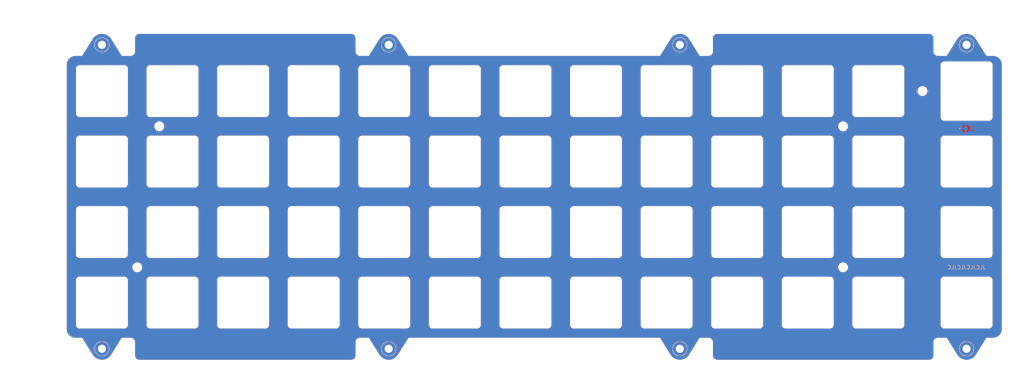
<source format=kicad_pcb>
(kicad_pcb (version 20211014) (generator pcbnew)
  (layers (0 "F.Cu" signal) (31 "B.Cu" signal) (34 "B.Paste" user) (35 "F.Paste" user) (36 "B.SilkS" user "B.Silkscreen") (37 "F.SilkS" user "F.Silkscreen") (38 "B.Mask" user) (39 "F.Mask" user) (44 "Edge.Cuts" user))
  (net 0 "")
  (net 1 "GND")
  (footprint "Keeb_footprints:MX100_cutout_plated" (layer "F.Cu") (at 155.97253 50.00646)
    (fp_text reference "U1")
    (fp_text value "HOLE")
    (fp_line (start -7 6) (end -7 -6) (layer "Edge.Cuts") (width 0.05))
    (fp_line (start -6 7) (end 6 7) (layer "Edge.Cuts") (width 0.05))
    (fp_line (start -6 -7) (end 6 -7) (layer "Edge.Cuts") (width 0.05))
    (fp_line (start 7 -6) (end 7 6) (layer "Edge.Cuts") (width 0.05))
    (fp_arc (start 7 6) (mid 6.707107 6.707107) (end 6 7) (layer "Edge.Cuts") (width 0.05))
    (fp_arc (start 6 -7) (mid 6.707107 -6.707107) (end 7 -6) (layer "Edge.Cuts") (width 0.05))
    (fp_arc (start -6 7) (mid -6.707107 6.707107) (end -7 6) (layer "Edge.Cuts") (width 0.05))
    (fp_arc (start -7 -6) (mid -6.707107 -6.707107) (end -6 -7) (layer "Edge.Cuts") (width 0.05))
  )
  (footprint "Keeb_footprints:MX100_cutout_plated" (layer "F.Cu") (at 175.02261 50.00646)
    (fp_text reference "U2")
    (fp_text value "HOLE")
    (fp_line (start -7 6) (end -7 -6) (layer "Edge.Cuts") (width 0.05))
    (fp_line (start -6 -7) (end 6 -7) (layer "Edge.Cuts") (width 0.05))
    (fp_line (start 7 -6) (end 7 6) (layer "Edge.Cuts") (width 0.05))
    (fp_line (start -6 7) (end 6 7) (layer "Edge.Cuts") (width 0.05))
    (fp_arc (start 6 -7) (mid 6.707107 -6.707107) (end 7 -6) (layer "Edge.Cuts") (width 0.05))
    (fp_arc (start -6 7) (mid -6.707107 6.707107) (end -7 6) (layer "Edge.Cuts") (width 0.05))
    (fp_arc (start 7 6) (mid 6.707107 6.707107) (end 6 7) (layer "Edge.Cuts") (width 0.05))
    (fp_arc (start -7 -6) (mid -6.707107 -6.707107) (end -6 -7) (layer "Edge.Cuts") (width 0.05))
  )
  (footprint "Keeb_footprints:MX100_cutout_plated" (layer "F.Cu") (at 194.07269 50.00646)
    (fp_text reference "U3")
    (fp_text value "HOLE")
    (fp_line (start -6 7) (end 6 7) (layer "Edge.Cuts") (width 0.05))
    (fp_line (start -7 6) (end -7 -6) (layer "Edge.Cuts") (width 0.05))
    (fp_line (start 7 -6) (end 7 6) (layer "Edge.Cuts") (width 0.05))
    (fp_line (start -6 -7) (end 6 -7) (layer "Edge.Cuts") (width 0.05))
    (fp_arc (start 7 6) (mid 6.707107 6.707107) (end 6 7) (layer "Edge.Cuts") (width 0.05))
    (fp_arc (start -7 -6) (mid -6.707107 -6.707107) (end -6 -7) (layer "Edge.Cuts") (width 0.05))
    (fp_arc (start -6 7) (mid -6.707107 6.707107) (end -7 6) (layer "Edge.Cuts") (width 0.05))
    (fp_arc (start 6 -7) (mid 6.707107 -6.707107) (end 7 -6) (layer "Edge.Cuts") (width 0.05))
  )
  (footprint "Keeb_footprints:MX100_cutout_plated" (layer "F.Cu") (at 213.12277 50.00646)
    (fp_text reference "U4")
    (fp_text value "HOLE")
    (fp_line (start -7 6) (end -7 -6) (layer "Edge.Cuts") (width 0.05))
    (fp_line (start -6 7) (end 6 7) (layer "Edge.Cuts") (width 0.05))
    (fp_line (start -6 -7) (end 6 -7) (layer "Edge.Cuts") (width 0.05))
    (fp_line (start 7 -6) (end 7 6) (layer "Edge.Cuts") (width 0.05))
    (fp_arc (start -7 -6) (mid -6.707107 -6.707107) (end -6 -7) (layer "Edge.Cuts") (width 0.05))
    (fp_arc (start 7 6) (mid 6.707107 6.707107) (end 6 7) (layer "Edge.Cuts") (width 0.05))
    (fp_arc (start 6 -7) (mid 6.707107 -6.707107) (end 7 -6) (layer "Edge.Cuts") (width 0.05))
    (fp_arc (start -6 7) (mid -6.707107 6.707107) (end -7 6) (layer "Edge.Cuts") (width 0.05))
  )
  (footprint "Keeb_footprints:MX100_cutout_plated" (layer "F.Cu") (at 232.17285 50.00646)
    (fp_text reference "U5")
    (fp_text value "HOLE")
    (fp_line (start 7 -6) (end 7 6) (layer "Edge.Cuts") (width 0.05))
    (fp_line (start -7 6) (end -7 -6) (layer "Edge.Cuts") (width 0.05))
    (fp_line (start -6 7) (end 6 7) (layer "Edge.Cuts") (width 0.05))
    (fp_line (start -6 -7) (end 6 -7) (layer "Edge.Cuts") (width 0.05))
    (fp_arc (start -7 -6) (mid -6.707107 -6.707107) (end -6 -7) (layer "Edge.Cuts") (width 0.05))
    (fp_arc (start -6 7) (mid -6.707107 6.707107) (end -7 6) (layer "Edge.Cuts") (width 0.05))
    (fp_arc (start 6 -7) (mid 6.707107 -6.707107) (end 7 -6) (layer "Edge.Cuts") (width 0.05))
    (fp_arc (start 7 6) (mid 6.707107 6.707107) (end 6 7) (layer "Edge.Cuts") (width 0.05))
  )
  (footprint "Keeb_footprints:MX100_cutout_plated" (layer "F.Cu") (at 327.42325 50.00646)
    (fp_text reference "U10")
    (fp_text value "HOLE")
    (fp_line (start -6 7) (end 6 7) (layer "Edge.Cuts") (width 0.05))
    (fp_line (start -6 -7) (end 6 -7) (layer "Edge.Cuts") (width 0.05))
    (fp_line (start 7 -6) (end 7 6) (layer "Edge.Cuts") (width 0.05))
    (fp_line (start -7 6) (end -7 -6) (layer "Edge.Cuts") (width 0.05))
    (fp_arc (start -6 7) (mid -6.707107 6.707107) (end -7 6) (layer "Edge.Cuts") (width 0.05))
    (fp_arc (start -7 -6) (mid -6.707107 -6.707107) (end -6 -7) (layer "Edge.Cuts") (width 0.05))
    (fp_arc (start 6 -7) (mid 6.707107 -6.707107) (end 7 -6) (layer "Edge.Cuts") (width 0.05))
    (fp_arc (start 7 6) (mid 6.707107 6.707107) (end 6 7) (layer "Edge.Cuts") (width 0.05))
  )
  (footprint "Keeb_footprints:MX100_cutout_plated" (layer "F.Cu") (at 346.47333 50.00646)
    (fp_text reference "U11")
    (fp_text value "HOLE")
    (fp_line (start -7 6) (end -7 -6) (layer "Edge.Cuts") (width 0.05))
    (fp_line (start -6 -7) (end 6 -7) (layer "Edge.Cuts") (width 0.05))
    (fp_line (start -6 7) (end 6 7) (layer "Edge.Cuts") (width 0.05))
    (fp_line (start 7 -6) (end 7 6) (layer "Edge.Cuts") (width 0.05))
    (fp_arc (start 6 -7) (mid 6.707107 -6.707107) (end 7 -6) (layer "Edge.Cuts") (width 0.05))
    (fp_arc (start -6 7) (mid -6.707107 6.707107) (end -7 6) (layer "Edge.Cuts") (width 0.05))
    (fp_arc (start 7 6) (mid 6.707107 6.707107) (end 6 7) (layer "Edge.Cuts") (width 0.05))
    (fp_arc (start -7 -6) (mid -6.707107 -6.707107) (end -6 -7) (layer "Edge.Cuts") (width 0.05))
  )
  (footprint "Keeb_footprints:MX100_cutout_plated" (layer "F.Cu") (at 155.97253 69.05654)
    (fp_text reference "U13")
    (fp_text value "HOLE")
    (fp_line (start -7 6) (end -7 -6) (layer "Edge.Cuts") (width 0.05))
    (fp_line (start -6 7) (end 6 7) (layer "Edge.Cuts") (width 0.05))
    (fp_line (start 7 -6) (end 7 6) (layer "Edge.Cuts") (width 0.05))
    (fp_line (start -6 -7) (end 6 -7) (layer "Edge.Cuts") (width 0.05))
    (fp_arc (start 7 6) (mid 6.707107 6.707107) (end 6 7) (layer "Edge.Cuts") (width 0.05))
    (fp_arc (start -7 -6) (mid -6.707107 -6.707107) (end -6 -7) (layer "Edge.Cuts") (width 0.05))
    (fp_arc (start -6 7) (mid -6.707107 6.707107) (end -7 6) (layer "Edge.Cuts") (width 0.05))
    (fp_arc (start 6 -7) (mid 6.707107 -6.707107) (end 7 -6) (layer "Edge.Cuts") (width 0.05))
  )
  (footprint "Keeb_footprints:MX100_cutout_plated" (layer "F.Cu") (at 194.07269 69.05654)
    (fp_text reference "U15")
    (fp_text value "HOLE")
    (fp_line (start 7 -6) (end 7 6) (layer "Edge.Cuts") (width 0.05))
    (fp_line (start -6 7) (end 6 7) (layer "Edge.Cuts") (width 0.05))
    (fp_line (start -6 -7) (end 6 -7) (layer "Edge.Cuts") (width 0.05))
    (fp_line (start -7 6) (end -7 -6) (layer "Edge.Cuts") (width 0.05))
    (fp_arc (start -6 7) (mid -6.707107 6.707107) (end -7 6) (layer "Edge.Cuts") (width 0.05))
    (fp_arc (start 6 -7) (mid 6.707107 -6.707107) (end 7 -6) (layer "Edge.Cuts") (width 0.05))
    (fp_arc (start 7 6) (mid 6.707107 6.707107) (end 6 7) (layer "Edge.Cuts") (width 0.05))
    (fp_arc (start -7 -6) (mid -6.707107 -6.707107) (end -6 -7) (layer "Edge.Cuts") (width 0.05))
  )
  (footprint "Keeb_footprints:MX100_cutout_plated" (layer "F.Cu") (at 232.17285 69.05654)
    (fp_text reference "U17")
    (fp_text value "HOLE")
    (fp_line (start 7 -6) (end 7 6) (layer "Edge.Cuts") (width 0.05))
    (fp_line (start -7 6) (end -7 -6) (layer "Edge.Cuts") (width 0.05))
    (fp_line (start -6 -7) (end 6 -7) (layer "Edge.Cuts") (width 0.05))
    (fp_line (start -6 7) (end 6 7) (layer "Edge.Cuts") (width 0.05))
    (fp_arc (start 6 -7) (mid 6.707107 -6.707107) (end 7 -6) (layer "Edge.Cuts") (width 0.05))
    (fp_arc (start -7 -6) (mid -6.707107 -6.707107) (end -6 -7) (layer "Edge.Cuts") (width 0.05))
    (fp_arc (start 7 6) (mid 6.707107 6.707107) (end 6 7) (layer "Edge.Cuts") (width 0.05))
    (fp_arc (start -6 7) (mid -6.707107 6.707107) (end -7 6) (layer "Edge.Cuts") (width 0.05))
  )
  (footprint "Keeb_footprints:MX100_cutout_plated" (layer "F.Cu") (at 251.22293 69.05654)
    (fp_text reference "U18")
    (fp_text value "HOLE")
    (fp_line (start -6 7) (end 6 7) (layer "Edge.Cuts") (width 0.05))
    (fp_line (start 7 -6) (end 7 6) (layer "Edge.Cuts") (width 0.05))
    (fp_line (start -6 -7) (end 6 -7) (layer "Edge.Cuts") (width 0.05))
    (fp_line (start -7 6) (end -7 -6) (layer "Edge.Cuts") (width 0.05))
    (fp_arc (start -6 7) (mid -6.707107 6.707107) (end -7 6) (layer "Edge.Cuts") (width 0.05))
    (fp_arc (start 6 -7) (mid 6.707107 -6.707107) (end 7 -6) (layer "Edge.Cuts") (width 0.05))
    (fp_arc (start -7 -6) (mid -6.707107 -6.707107) (end -6 -7) (layer "Edge.Cuts") (width 0.05))
    (fp_arc (start 7 6) (mid 6.707107 6.707107) (end 6 7) (layer "Edge.Cuts") (width 0.05))
  )
  (footprint "Keeb_footprints:MX100_cutout_plated" (layer "F.Cu") (at 270.27301 69.05654)
    (fp_text reference "U19")
    (fp_text value "HOLE")
    (fp_line (start -7 6) (end -7 -6) (layer "Edge.Cuts") (width 0.05))
    (fp_line (start -6 -7) (end 6 -7) (layer "Edge.Cuts") (width 0.05))
    (fp_line (start -6 7) (end 6 7) (layer "Edge.Cuts") (width 0.05))
    (fp_line (start 7 -6) (end 7 6) (layer "Edge.Cuts") (width 0.05))
    (fp_arc (start -6 7) (mid -6.707107 6.707107) (end -7 6) (layer "Edge.Cuts") (width 0.05))
    (fp_arc (start -7 -6) (mid -6.707107 -6.707107) (end -6 -7) (layer "Edge.Cuts") (width 0.05))
    (fp_arc (start 7 6) (mid 6.707107 6.707107) (end 6 7) (layer "Edge.Cuts") (width 0.05))
    (fp_arc (start 6 -7) (mid 6.707107 -6.707107) (end 7 -6) (layer "Edge.Cuts") (width 0.05))
  )
  (footprint "Keeb_footprints:MX100_cutout_plated" (layer "F.Cu") (at 289.32309 69.05654)
    (fp_text reference "U20")
    (fp_text value "HOLE")
    (fp_line (start 7 -6) (end 7 6) (layer "Edge.Cuts") (width 0.05))
    (fp_line (start -6 7) (end 6 7) (layer "Edge.Cuts") (width 0.05))
    (fp_line (start -6 -7) (end 6 -7) (layer "Edge.Cuts") (width 0.05))
    (fp_line (start -7 6) (end -7 -6) (layer "Edge.Cuts") (width 0.05))
    (fp_arc (start -6 7) (mid -6.707107 6.707107) (end -7 6) (layer "Edge.Cuts") (width 0.05))
    (fp_arc (start -7 -6) (mid -6.707107 -6.707107) (end -6 -7) (layer "Edge.Cuts") (width 0.05))
    (fp_arc (start 6 -7) (mid 6.707107 -6.707107) (end 7 -6) (layer "Edge.Cuts") (width 0.05))
    (fp_arc (start 7 6) (mid 6.707107 6.707107) (end 6 7) (layer "Edge.Cuts") (width 0.05))
  )
  (footprint "Keeb_footprints:MX100_cutout_plated" (layer "F.Cu") (at 308.37317 69.05654)
    (fp_text reference "U21")
    (fp_text value "HOLE")
    (fp_line (start 7 -6) (end 7 6) (layer "Edge.Cuts") (width 0.05))
    (fp_line (start -7 6) (end -7 -6) (layer "Edge.Cuts") (width 0.05))
    (fp_line (start -6 7) (end 6 7) (layer "Edge.Cuts") (width 0.05))
    (fp_line (start -6 -7) (end 6 -7) (layer "Edge.Cuts") (width 0.05))
    (fp_arc (start -7 -6) (mid -6.707107 -6.707107) (end -6 -7) (layer "Edge.Cuts") (width 0.05))
    (fp_arc (start -6 7) (mid -6.707107 6.707107) (end -7 6) (layer "Edge.Cuts") (width 0.05))
    (fp_arc (start 7 6) (mid 6.707107 6.707107) (end 6 7) (layer "Edge.Cuts") (width 0.05))
    (fp_arc (start 6 -7) (mid 6.707107 -6.707107) (end 7 -6) (layer "Edge.Cuts") (width 0.05))
  )
  (footprint "Keeb_footprints:MX100_cutout_plated" (layer "F.Cu") (at 327.42325 69.05654)
    (fp_text reference "U22")
    (fp_text value "HOLE")
    (fp_line (start -6 7) (end 6 7) (layer "Edge.Cuts") (width 0.05))
    (fp_line (start 7 -6) (end 7 6) (layer "Edge.Cuts") (width 0.05))
    (fp_line (start -6 -7) (end 6 -7) (layer "Edge.Cuts") (width 0.05))
    (fp_line (start -7 6) (end -7 -6) (layer "Edge.Cuts") (width 0.05))
    (fp_arc (start -7 -6) (mid -6.707107 -6.707107) (end -6 -7) (layer "Edge.Cuts") (width 0.05))
    (fp_arc (start 6 -7) (mid 6.707107 -6.707107) (end 7 -6) (layer "Edge.Cuts") (width 0.05))
    (fp_arc (start 7 6) (mid 6.707107 6.707107) (end 6 7) (layer "Edge.Cuts") (width 0.05))
    (fp_arc (start -6 7) (mid -6.707107 6.707107) (end -7 6) (layer "Edge.Cuts") (width 0.05))
  )
  (footprint "Keeb_footprints:MX100_cutout_plated" (layer "F.Cu") (at 346.47333 69.05654)
    (fp_text reference "U23")
    (fp_text value "HOLE")
    (fp_line (start -6 -7) (end 6 -7) (layer "Edge.Cuts") (width 0.05))
    (fp_line (start -7 6) (end -7 -6) (layer "Edge.Cuts") (width 0.05))
    (fp_line (start 7 -6) (end 7 6) (layer "Edge.Cuts") (width 0.05))
    (fp_line (start -6 7) (end 6 7) (layer "Edge.Cuts") (width 0.05))
    (fp_arc (start 6 -7) (mid 6.707107 -6.707107) (end 7 -6) (layer "Edge.Cuts") (width 0.05))
    (fp_arc (start 7 6) (mid 6.707107 6.707107) (end 6 7) (layer "Edge.Cuts") (width 0.05))
    (fp_arc (start -6 7) (mid -6.707107 6.707107) (end -7 6) (layer "Edge.Cuts") (width 0.05))
    (fp_arc (start -7 -6) (mid -6.707107 -6.707107) (end -6 -7) (layer "Edge.Cuts") (width 0.05))
  )
  (footprint "Keeb_footprints:MX100_cutout_plated" (layer "F.Cu") (at 365.52341 69.05654)
    (fp_text reference "U24")
    (fp_text value "HOLE")
    (fp_line (start -7 6) (end -7 -6) (layer "Edge.Cuts") (width 0.05))
    (fp_line (start -6 7) (end 6 7) (layer "Edge.Cuts") (width 0.05))
    (fp_line (start 7 -6) (end 7 6) (layer "Edge.Cuts") (width 0.05))
    (fp_line (start -6 -7) (end 6 -7) (layer "Edge.Cuts") (width 0.05))
    (fp_arc (start -6 7) (mid -6.707107 6.707107) (end -7 6) (layer "Edge.Cuts") (width 0.05))
    (fp_arc (start -7 -6) (mid -6.707107 -6.707107) (end -6 -7) (layer "Edge.Cuts") (width 0.05))
    (fp_arc (start 6 -7) (mid 6.707107 -6.707107) (end 7 -6) (layer "Edge.Cuts") (width 0.05))
    (fp_arc (start 7 6) (mid 6.707107 6.707107) (end 6 7) (layer "Edge.Cuts") (width 0.05))
  )
  (footprint "Keeb_footprints:MX100_cutout_plated" (layer "F.Cu") (at 155.97253 88.10662)
    (fp_text reference "U25")
    (fp_text value "HOLE")
    (fp_line (start 7 -6) (end 7 6) (layer "Edge.Cuts") (width 0.05))
    (fp_line (start -7 6) (end -7 -6) (layer "Edge.Cuts") (width 0.05))
    (fp_line (start -6 -7) (end 6 -7) (layer "Edge.Cuts") (width 0.05))
    (fp_line (start -6 7) (end 6 7) (layer "Edge.Cuts") (width 0.05))
    (fp_arc (start -6 7) (mid -6.707107 6.707107) (end -7 6) (layer "Edge.Cuts") (width 0.05))
    (fp_arc (start 6 -7) (mid 6.707107 -6.707107) (end 7 -6) (layer "Edge.Cuts") (width 0.05))
    (fp_arc (start 7 6) (mid 6.707107 6.707107) (end 6 7) (layer "Edge.Cuts") (width 0.05))
    (fp_arc (start -7 -6) (mid -6.707107 -6.707107) (end -6 -7) (layer "Edge.Cuts") (width 0.05))
  )
  (footprint "Keeb_footprints:MX100_cutout_plated" (layer "F.Cu") (at 175.02261 88.10662)
    (fp_text reference "U26")
    (fp_text value "HOLE")
    (fp_line (start -6 -7) (end 6 -7) (layer "Edge.Cuts") (width 0.05))
    (fp_line (start -6 7) (end 6 7) (layer "Edge.Cuts") (width 0.05))
    (fp_line (start -7 6) (end -7 -6) (layer "Edge.Cuts") (width 0.05))
    (fp_line (start 7 -6) (end 7 6) (layer "Edge.Cuts") (width 0.05))
    (fp_arc (start 7 6) (mid 6.707107 6.707107) (end 6 7) (layer "Edge.Cuts") (width 0.05))
    (fp_arc (start -6 7) (mid -6.707107 6.707107) (end -7 6) (layer "Edge.Cuts") (width 0.05))
    (fp_arc (start 6 -7) (mid 6.707107 -6.707107) (end 7 -6) (layer "Edge.Cuts") (width 0.05))
    (fp_arc (start -7 -6) (mid -6.707107 -6.707107) (end -6 -7) (layer "Edge.Cuts") (width 0.05))
  )
  (footprint "Keeb_footprints:MX100_cutout_plated" (layer "F.Cu") (at 194.07269 88.10662)
    (fp_text reference "U27")
    (fp_text value "HOLE")
    (fp_line (start -7 6) (end -7 -6) (layer "Edge.Cuts") (width 0.05))
    (fp_line (start 7 -6) (end 7 6) (layer "Edge.Cuts") (width 0.05))
    (fp_line (start -6 -7) (end 6 -7) (layer "Edge.Cuts") (width 0.05))
    (fp_line (start -6 7) (end 6 7) (layer "Edge.Cuts") (width 0.05))
    (fp_arc (start -6 7) (mid -6.707107 6.707107) (end -7 6) (layer "Edge.Cuts") (width 0.05))
    (fp_arc (start -7 -6) (mid -6.707107 -6.707107) (end -6 -7) (layer "Edge.Cuts") (width 0.05))
    (fp_arc (start 6 -7) (mid 6.707107 -6.707107) (end 7 -6) (layer "Edge.Cuts") (width 0.05))
    (fp_arc (start 7 6) (mid 6.707107 6.707107) (end 6 7) (layer "Edge.Cuts") (width 0.05))
  )
  (footprint "Keeb_footprints:MX100_cutout_plated" (layer "F.Cu") (at 213.12277 88.10662)
    (fp_text reference "U28")
    (fp_text value "HOLE")
    (fp_line (start -6 7) (end 6 7) (layer "Edge.Cuts") (width 0.05))
    (fp_line (start -7 6) (end -7 -6) (layer "Edge.Cuts") (width 0.05))
    (fp_line (start 7 -6) (end 7 6) (layer "Edge.Cuts") (width 0.05))
    (fp_line (start -6 -7) (end 6 -7) (layer "Edge.Cuts") (width 0.05))
    (fp_arc (start 6 -7) (mid 6.707107 -6.707107) (end 7 -6) (layer "Edge.Cuts") (width 0.05))
    (fp_arc (start 7 6) (mid 6.707107 6.707107) (end 6 7) (layer "Edge.Cuts") (width 0.05))
    (fp_arc (start -6 7) (mid -6.707107 6.707107) (end -7 6) (layer "Edge.Cuts") (width 0.05))
    (fp_arc (start -7 -6) (mid -6.707107 -6.707107) (end -6 -7) (layer "Edge.Cuts") (width 0.05))
  )
  (footprint "Keeb_footprints:MX100_cutout_plated" (layer "F.Cu") (at 232.17285 88.10662)
    (fp_text reference "U29")
    (fp_text value "HOLE")
    (fp_line (start -6 -7) (end 6 -7) (layer "Edge.Cuts") (width 0.05))
    (fp_line (start -7 6) (end -7 -6) (layer "Edge.Cuts") (width 0.05))
    (fp_line (start -6 7) (end 6 7) (layer "Edge.Cuts") (width 0.05))
    (fp_line (start 7 -6) (end 7 6) (layer "Edge.Cuts") (width 0.05))
    (fp_arc (start 7 6) (mid 6.707107 6.707107) (end 6 7) (layer "Edge.Cuts") (width 0.05))
    (fp_arc (start -6 7) (mid -6.707107 6.707107) (end -7 6) (layer "Edge.Cuts") (width 0.05))
    (fp_arc (start 6 -7) (mid 6.707107 -6.707107) (end 7 -6) (layer "Edge.Cuts") (width 0.05))
    (fp_arc (start -7 -6) (mid -6.707107 -6.707107) (end -6 -7) (layer "Edge.Cuts") (width 0.05))
  )
  (footprint "Keeb_footprints:MX100_cutout_plated" (layer "F.Cu") (at 251.22293 88.10662)
    (fp_text reference "U30")
    (fp_text value "HOLE")
    (fp_line (start -6 -7) (end 6 -7) (layer "Edge.Cuts") (width 0.05))
    (fp_line (start -6 7) (end 6 7) (layer "Edge.Cuts") (width 0.05))
    (fp_line (start -7 6) (end -7 -6) (layer "Edge.Cuts") (width 0.05))
    (fp_line (start 7 -6) (end 7 6) (layer "Edge.Cuts") (width 0.05))
    (fp_arc (start 6 -7) (mid 6.707107 -6.707107) (end 7 -6) (layer "Edge.Cuts") (width 0.05))
    (fp_arc (start -6 7) (mid -6.707107 6.707107) (end -7 6) (layer "Edge.Cuts") (width 0.05))
    (fp_arc (start -7 -6) (mid -6.707107 -6.707107) (end -6 -7) (layer "Edge.Cuts") (width 0.05))
    (fp_arc (start 7 6) (mid 6.707107 6.707107) (end 6 7) (layer "Edge.Cuts") (width 0.05))
  )
  (footprint "Keeb_footprints:MX100_cutout_plated" (layer "F.Cu") (at 270.27301 88.10662)
    (fp_text reference "U31")
    (fp_text value "HOLE")
    (fp_line (start -6 -7) (end 6 -7) (layer "Edge.Cuts") (width 0.05))
    (fp_line (start 7 -6) (end 7 6) (layer "Edge.Cuts") (width 0.05))
    (fp_line (start -7 6) (end -7 -6) (layer "Edge.Cuts") (width 0.05))
    (fp_line (start -6 7) (end 6 7) (layer "Edge.Cuts") (width 0.05))
    (fp_arc (start 6 -7) (mid 6.707107 -6.707107) (end 7 -6) (layer "Edge.Cuts") (width 0.05))
    (fp_arc (start -6 7) (mid -6.707107 6.707107) (end -7 6) (layer "Edge.Cuts") (width 0.05))
    (fp_arc (start -7 -6) (mid -6.707107 -6.707107) (end -6 -7) (layer "Edge.Cuts") (width 0.05))
    (fp_arc (start 7 6) (mid 6.707107 6.707107) (end 6 7) (layer "Edge.Cuts") (width 0.05))
  )
  (footprint "Keeb_footprints:MX100_cutout_plated" (layer "F.Cu") (at 289.32309 88.10662)
    (fp_text reference "U32")
    (fp_text value "HOLE")
    (fp_line (start -7 6) (end -7 -6) (layer "Edge.Cuts") (width 0.05))
    (fp_line (start 7 -6) (end 7 6) (layer "Edge.Cuts") (width 0.05))
    (fp_line (start -6 7) (end 6 7) (layer "Edge.Cuts") (width 0.05))
    (fp_line (start -6 -7) (end 6 -7) (layer "Edge.Cuts") (width 0.05))
    (fp_arc (start -6 7) (mid -6.707107 6.707107) (end -7 6) (layer "Edge.Cuts") (width 0.05))
    (fp_arc (start -7 -6) (mid -6.707107 -6.707107) (end -6 -7) (layer "Edge.Cuts") (width 0.05))
    (fp_arc (start 7 6) (mid 6.707107 6.707107) (end 6 7) (layer "Edge.Cuts") (width 0.05))
    (fp_arc (start 6 -7) (mid 6.707107 -6.707107) (end 7 -6) (layer "Edge.Cuts") (width 0.05))
  )
  (footprint "Keeb_footprints:MX100_cutout_plated" (layer "F.Cu") (at 308.37317 88.10662)
    (fp_text reference "U33")
    (fp_text value "HOLE")
    (fp_line (start -6 -7) (end 6 -7) (layer "Edge.Cuts") (width 0.05))
    (fp_line (start -6 7) (end 6 7) (layer "Edge.Cuts") (width 0.05))
    (fp_line (start 7 -6) (end 7 6) (layer "Edge.Cuts") (width 0.05))
    (fp_line (start -7 6) (end -7 -6) (layer "Edge.Cuts") (width 0.05))
    (fp_arc (start -7 -6) (mid -6.707107 -6.707107) (end -6 -7) (layer "Edge.Cuts") (width 0.05))
    (fp_arc (start 6 -7) (mid 6.707107 -6.707107) (end 7 -6) (layer "Edge.Cuts") (width 0.05))
    (fp_arc (start -6 7) (mid -6.707107 6.707107) (end -7 6) (layer "Edge.Cuts") (width 0.05))
    (fp_arc (start 7 6) (mid 6.707107 6.707107) (end 6 7) (layer "Edge.Cuts") (width 0.05))
  )
  (footprint "Keeb_footprints:MX100_cutout_plated" (layer "F.Cu") (at 327.42325 88.10662)
    (fp_text reference "U34")
    (fp_text value "HOLE")
    (fp_line (start -6 -7) (end 6 -7) (layer "Edge.Cuts") (width 0.05))
    (fp_line (start -6 7) (end 6 7) (layer "Edge.Cuts") (width 0.05))
    (fp_line (start -7 6) (end -7 -6) (layer "Edge.Cuts") (width 0.05))
    (fp_line (start 7 -6) (end 7 6) (layer "Edge.Cuts") (width 0.05))
    (fp_arc (start 6 -7) (mid 6.707107 -6.707107) (end 7 -6) (layer "Edge.Cuts") (width 0.05))
    (fp_arc (start -7 -6) (mid -6.707107 -6.707107) (end -6 -7) (layer "Edge.Cuts") (width 0.05))
    (fp_arc (start 7 6) (mid 6.707107 6.707107) (end 6 7) (layer "Edge.Cuts") (width 0.05))
    (fp_arc (start -6 7) (mid -6.707107 6.707107) (end -7 6) (layer "Edge.Cuts") (width 0.05))
  )
  (footprint "Keeb_footprints:MX100_cutout_plated" (layer "F.Cu") (at 346.47333 88.10662)
    (fp_text reference "U35")
    (fp_text value "HOLE")
    (fp_line (start 7 -6) (end 7 6) (layer "Edge.Cuts") (width 0.05))
    (fp_line (start -6 7) (end 6 7) (layer "Edge.Cuts") (width 0.05))
    (fp_line (start -7 6) (end -7 -6) (layer "Edge.Cuts") (width 0.05))
    (fp_line (start -6 -7) (end 6 -7) (layer "Edge.Cuts") (width 0.05))
    (fp_arc (start 7 6) (mid 6.707107 6.707107) (end 6 7) (layer "Edge.Cuts") (width 0.05))
    (fp_arc (start -7 -6) (mid -6.707107 -6.707107) (end -6 -7) (layer "Edge.Cuts") (width 0.05))
    (fp_arc (start 6 -7) (mid 6.707107 -6.707107) (end 7 -6) (layer "Edge.Cuts") (width 0.05))
    (fp_arc (start -6 7) (mid -6.707107 6.707107) (end -7 6) (layer "Edge.Cuts") (width 0.05))
  )
  (footprint "Keeb_footprints:MX100_cutout_plated" (layer "F.Cu") (at 365.52341 88.10662)
    (fp_text reference "U36")
    (fp_text value "HOLE")
    (fp_line (start 7 -6) (end 7 6) (layer "Edge.Cuts") (width 0.05))
    (fp_line (start -7 6) (end -7 -6) (layer "Edge.Cuts") (width 0.05))
    (fp_line (start -6 -7) (end 6 -7) (layer "Edge.Cuts") (width 0.05))
    (fp_line (start -6 7) (end 6 7) (layer "Edge.Cuts") (width 0.05))
    (fp_arc (start 7 6) (mid 6.707107 6.707107) (end 6 7) (layer "Edge.Cuts") (width 0.05))
    (fp_arc (start -7 -6) (mid -6.707107 -6.707107) (end -6 -7) (layer "Edge.Cuts") (width 0.05))
    (fp_arc (start -6 7) (mid -6.707107 6.707107) (end -7 6) (layer "Edge.Cuts") (width 0.05))
    (fp_arc (start 6 -7) (mid 6.707107 -6.707107) (end 7 -6) (layer "Edge.Cuts") (width 0.05))
  )
  (footprint "Keeb_footprints:MX100_cutout_plated" (layer "F.Cu") (at 175.02261 107.1567)
    (fp_text reference "U38")
    (fp_text value "HOLE")
    (fp_line (start 7 -6) (end 7 6) (layer "Edge.Cuts") (width 0.05))
    (fp_line (start -6 7) (end 6 7) (layer "Edge.Cuts") (width 0.05))
    (fp_line (start -6 -7) (end 6 -7) (layer "Edge.Cuts") (width 0.05))
    (fp_line (start -7 6) (end -7 -6) (layer "Edge.Cuts") (width 0.05))
    (fp_arc (start 6 -7) (mid 6.707107 -6.707107) (end 7 -6) (layer "Edge.Cuts") (width 0.05))
    (fp_arc (start -7 -6) (mid -6.707107 -6.707107) (end -6 -7) (layer "Edge.Cuts") (width 0.05))
    (fp_arc (start 7 6) (mid 6.707107 6.707107) (end 6 7) (layer "Edge.Cuts") (width 0.05))
    (fp_arc (start -6 7) (mid -6.707107 6.707107) (end -7 6) (layer "Edge.Cuts") (width 0.05))
  )
  (footprint "Keeb_footprints:MX100_cutout_plated" (layer "F.Cu") (at 194.07269 107.1567)
    (fp_text reference "U39")
    (fp_text value "HOLE")
    (fp_line (start -7 6) (end -7 -6) (layer "Edge.Cuts") (width 0.05))
    (fp_line (start -6 7) (end 6 7) (layer "Edge.Cuts") (width 0.05))
    (fp_line (start -6 -7) (end 6 -7) (layer "Edge.Cuts") (width 0.05))
    (fp_line (start 7 -6) (end 7 6) (layer "Edge.Cuts") (width 0.05))
    (fp_arc (start -7 -6) (mid -6.707107 -6.707107) (end -6 -7) (layer "Edge.Cuts") (width 0.05))
    (fp_arc (start -6 7) (mid -6.707107 6.707107) (end -7 6) (layer "Edge.Cuts") (width 0.05))
    (fp_arc (start 7 6) (mid 6.707107 6.707107) (end 6 7) (layer "Edge.Cuts") (width 0.05))
    (fp_arc (start 6 -7) (mid 6.707107 -6.707107) (end 7 -6) (layer "Edge.Cuts") (width 0.05))
  )
  (footprint "Keeb_footprints:MX100_cutout_plated" (layer "F.Cu") (at 213.12277 107.1567)
    (fp_text reference "U40")
    (fp_text value "HOLE")
    (fp_line (start -6 -7) (end 6 -7) (layer "Edge.Cuts") (width 0.05))
    (fp_line (start -7 6) (end -7 -6) (layer "Edge.Cuts") (width 0.05))
    (fp_line (start 7 -6) (end 7 6) (layer "Edge.Cuts") (width 0.05))
    (fp_line (start -6 7) (end 6 7) (layer "Edge.Cuts") (width 0.05))
    (fp_arc (start 7 6) (mid 6.707107 6.707107) (end 6 7) (layer "Edge.Cuts") (width 0.05))
    (fp_arc (start -7 -6) (mid -6.707107 -6.707107) (end -6 -7) (layer "Edge.Cuts") (width 0.05))
    (fp_arc (start -6 7) (mid -6.707107 6.707107) (end -7 6) (layer "Edge.Cuts") (width 0.05))
    (fp_arc (start 6 -7) (mid 6.707107 -6.707107) (end 7 -6) (layer "Edge.Cuts") (width 0.05))
  )
  (footprint "Keeb_footprints:MX100_cutout_plated" (layer "F.Cu") (at 232.17285 107.1567)
    (fp_text reference "U41")
    (fp_text value "HOLE")
    (fp_line (start -6 -7) (end 6 -7) (layer "Edge.Cuts") (width 0.05))
    (fp_line (start -7 6) (end -7 -6) (layer "Edge.Cuts") (width 0.05))
    (fp_line (start -6 7) (end 6 7) (layer "Edge.Cuts") (width 0.05))
    (fp_line (start 7 -6) (end 7 6) (layer "Edge.Cuts") (width 0.05))
    (fp_arc (start 6 -7) (mid 6.707107 -6.707107) (end 7 -6) (layer "Edge.Cuts") (width 0.05))
    (fp_arc (start -6 7) (mid -6.707107 6.707107) (end -7 6) (layer "Edge.Cuts") (width 0.05))
    (fp_arc (start -7 -6) (mid -6.707107 -6.707107) (end -6 -7) (layer "Edge.Cuts") (width 0.05))
    (fp_arc (start 7 6) (mid 6.707107 6.707107) (end 6 7) (layer "Edge.Cuts") (width 0.05))
  )
  (footprint "Keeb_footprints:MX100_cutout_plated" (layer "F.Cu") (at 251.22293 107.1567)
    (fp_text reference "U42")
    (fp_text value "HOLE")
    (fp_line (start -6 -7) (end 6 -7) (layer "Edge.Cuts") (width 0.05))
    (fp_line (start 7 -6) (end 7 6) (layer "Edge.Cuts") (width 0.05))
    (fp_line (start -7 6) (end -7 -6) (layer "Edge.Cuts") (width 0.05))
    (fp_line (start -6 7) (end 6 7) (layer "Edge.Cuts") (width 0.05))
    (fp_arc (start 6 -7) (mid 6.707107 -6.707107) (end 7 -6) (layer "Edge.Cuts") (width 0.05))
    (fp_arc (start -7 -6) (mid -6.707107 -6.707107) (end -6 -7) (layer "Edge.Cuts") (width 0.05))
    (fp_arc (start -6 7) (mid -6.707107 6.707107) (end -7 6) (layer "Edge.Cuts") (width 0.05))
    (fp_arc (start 7 6) (mid 6.707107 6.707107) (end 6 7) (layer "Edge.Cuts") (width 0.05))
  )
  (footprint "Keeb_footprints:MX100_cutout_plated" (layer "F.Cu") (at 270.27301 107.1567)
    (fp_text reference "U43")
    (fp_text value "HOLE")
    (fp_line (start -6 7) (end 6 7) (layer "Edge.Cuts") (width 0.05))
    (fp_line (start -7 6) (end -7 -6) (layer "Edge.Cuts") (width 0.05))
    (fp_line (start -6 -7) (end 6 -7) (layer "Edge.Cuts") (width 0.05))
    (fp_line (start 7 -6) (end 7 6) (layer "Edge.Cuts") (width 0.05))
    (fp_arc (start -6 7) (mid -6.707107 6.707107) (end -7 6) (layer "Edge.Cuts") (width 0.05))
    (fp_arc (start 6 -7) (mid 6.707107 -6.707107) (end 7 -6) (layer "Edge.Cuts") (width 0.05))
    (fp_arc (start 7 6) (mid 6.707107 6.707107) (end 6 7) (layer "Edge.Cuts") (width 0.05))
    (fp_arc (start -7 -6) (mid -6.707107 -6.707107) (end -6 -7) (layer "Edge.Cuts") (width 0.05))
  )
  (footprint "Keeb_footprints:MX100_cutout_plated" (layer "F.Cu") (at 289.32309 107.1567)
    (fp_text reference "U44")
    (fp_text value "HOLE")
    (fp_line (start -7 6) (end -7 -6) (layer "Edge.Cuts") (width 0.05))
    (fp_line (start 7 -6) (end 7 6) (layer "Edge.Cuts") (width 0.05))
    (fp_line (start -6 7) (end 6 7) (layer "Edge.Cuts") (width 0.05))
    (fp_line (start -6 -7) (end 6 -7) (layer "Edge.Cuts") (width 0.05))
    (fp_arc (start -6 7) (mid -6.707107 6.707107) (end -7 6) (layer "Edge.Cuts") (width 0.05))
    (fp_arc (start 7 6) (mid 6.707107 6.707107) (end 6 7) (layer "Edge.Cuts") (width 0.05))
    (fp_arc (start 6 -7) (mid 6.707107 -6.707107) (end 7 -6) (layer "Edge.Cuts") (width 0.05))
    (fp_arc (start -7 -6) (mid -6.707107 -6.707107) (end -6 -7) (layer "Edge.Cuts") (width 0.05))
  )
  (footprint "Keeb_footprints:MX100_cutout_plated" (layer "F.Cu") (at 308.37317 107.1567)
    (fp_text reference "U45")
    (fp_text value "HOLE")
    (fp_line (start -6 -7) (end 6 -7) (layer "Edge.Cuts") (width 0.05))
    (fp_line (start -6 7) (end 6 7) (layer "Edge.Cuts") (width 0.05))
    (fp_line (start 7 -6) (end 7 6) (layer "Edge.Cuts") (width 0.05))
    (fp_line (start -7 6) (end -7 -6) (layer "Edge.Cuts") (width 0.05))
    (fp_arc (start 6 -7) (mid 6.707107 -6.707107) (end 7 -6) (layer "Edge.Cuts") (width 0.05))
    (fp_arc (start -6 7) (mid -6.707107 6.707107) (end -7 6) (layer "Edge.Cuts") (width 0.05))
    (fp_arc (start 7 6) (mid 6.707107 6.707107) (end 6 7) (layer "Edge.Cuts") (width 0.05))
    (fp_arc (start -7 -6) (mid -6.707107 -6.707107) (end -6 -7) (layer "Edge.Cuts") (width 0.05))
  )
  (footprint "Keeb_footprints:MX100_cutout_plated" (layer "F.Cu") (at 327.42325 107.1567)
    (fp_text reference "U46")
    (fp_text value "HOLE")
    (fp_line (start -7 6) (end -7 -6) (layer "Edge.Cuts") (width 0.05))
    (fp_line (start 7 -6) (end 7 6) (layer "Edge.Cuts") (width 0.05))
    (fp_line (start -6 7) (end 6 7) (layer "Edge.Cuts") (width 0.05))
    (fp_line (start -6 -7) (end 6 -7) (layer "Edge.Cuts") (width 0.05))
    (fp_arc (start 7 6) (mid 6.707107 6.707107) (end 6 7) (layer "Edge.Cuts") (width 0.05))
    (fp_arc (start -7 -6) (mid -6.707107 -6.707107) (end -6 -7) (layer "Edge.Cuts") (width 0.05))
    (fp_arc (start -6 7) (mid -6.707107 6.707107) (end -7 6) (layer "Edge.Cuts") (width 0.05))
    (fp_arc (start 6 -7) (mid 6.707107 -6.707107) (end 7 -6) (layer "Edge.Cuts") (width 0.05))
  )
  (footprint "Keeb_footprints:MX100_cutout_plated" (layer "F.Cu") (at 346.47333 107.16)
    (fp_text reference "U47")
    (fp_text value "HOLE")
    (fp_line (start -6 7) (end 6 7) (layer "Edge.Cuts") (width 0.05))
    (fp_line (start 7 -6) (end 7 6) (layer "Edge.Cuts") (width 0.05))
    (fp_line (start -6 -7) (end 6 -7) (layer "Edge.Cuts") (width 0.05))
    (fp_line (start -7 6) (end -7 -6) (layer "Edge.Cuts") (width 0.05))
    (fp_arc (start -7 -6) (mid -6.707107 -6.707107) (end -6 -7) (layer "Edge.Cuts") (width 0.05))
    (fp_arc (start 6 -7) (mid 6.707107 -6.707107) (end 7 -6) (layer "Edge.Cuts") (width 0.05))
    (fp_arc (start -6 7) (mid -6.707107 6.707107) (end -7 6) (layer "Edge.Cuts") (width 0.05))
    (fp_arc (start 7 6) (mid 6.707107 6.707107) (end 6 7) (layer "Edge.Cuts") (width 0.05))
  )
  (footprint "Keeb_footprints:MX100_cutout_plated" (layer "F.Cu") (at 365.52341 107.1567)
    (fp_text reference "U48")
    (fp_text value "HOLE")
    (fp_line (start -6 -7) (end 6 -7) (layer "Edge.Cuts") (width 0.05))
    (fp_line (start -6 7) (end 6 7) (layer "Edge.Cuts") (width 0.05))
    (fp_line (start -7 6) (end -7 -6) (layer "Edge.Cuts") (width 0.05))
    (fp_line (start 7 -6) (end 7 6) (layer "Edge.Cuts") (width 0.05))
    (fp_arc (start 7 6) (mid 6.707107 6.707107) (end 6 7) (layer "Edge.Cuts") (width 0.05))
    (fp_arc (start 6 -7) (mid 6.707107 -6.707107) (end 7 -6) (layer "Edge.Cuts") (width 0.05))
    (fp_arc (start -7 -6) (mid -6.707107 -6.707107) (end -6 -7) (layer "Edge.Cuts") (width 0.05))
    (fp_arc (start -6 7) (mid -6.707107 6.707107) (end -7 6) (layer "Edge.Cuts") (width 0.05))
  )
  (footprint "Keeb_footprints:MX100_cutout_plated" (layer "F.Cu") (at 155.97253 107.1567)
    (fp_text reference "U37")
    (fp_text value "HOLE")
    (fp_line (start -6 7) (end 6 7) (layer "Edge.Cuts") (width 0.05))
    (fp_line (start -6 -7) (end 6 -7) (layer "Edge.Cuts") (width 0.05))
    (fp_line (start 7 -6) (end 7 6) (layer "Edge.Cuts") (width 0.05))
    (fp_line (start -7 6) (end -7 -6) (layer "Edge.Cuts") (width 0.05))
    (fp_arc (start 6 -7) (mid 6.707107 -6.707107) (end 7 -6) (layer "Edge.Cuts") (width 0.05))
    (fp_arc (start -6 7) (mid -6.707107 6.707107) (end -7 6) (layer "Edge.Cuts") (width 0.05))
    (fp_arc (start -7 -6) (mid -6.707107 -6.707107) (end -6 -7) (layer "Edge.Cuts") (width 0.05))
    (fp_arc (start 7 6) (mid 6.707107 6.707107) (end 6 7) (layer "Edge.Cuts") (width 0.05))
  )
  (footprint "Keeb_footprints:MX100_cutout_plated" (layer "F.Cu") (at 175.02261 69.05654)
    (fp_text reference "U14")
    (fp_text value "HOLE")
    (fp_line (start 7 -6) (end 7 6) (layer "Edge.Cuts") (width 0.05))
    (fp_line (start -6 -7) (end 6 -7) (layer "Edge.Cuts") (width 0.05))
    (fp_line (start -6 7) (end 6 7) (layer "Edge.Cuts") (width 0.05))
    (fp_line (start -7 6) (end -7 -6) (layer "Edge.Cuts") (width 0.05))
    (fp_arc (start -7 -6) (mid -6.707107 -6.707107) (end -6 -7) (layer "Edge.Cuts") (width 0.05))
    (fp_arc (start 6 -7) (mid 6.707107 -6.707107) (end 7 -6) (layer "Edge.Cuts") (width 0.05))
    (fp_arc (start -6 7) (mid -6.707107 6.707107) (end -7 6) (layer "Edge.Cuts") (width 0.05))
    (fp_arc (start 7 6) (mid 6.707107 6.707107) (end 6 7) (layer "Edge.Cuts") (width 0.05))
  )
  (footprint "Keeb_footprints:MX100_cutout_plated" (layer "F.Cu") (at 389.33589 88.106428)
    (fp_text reference "U51")
    (fp_text value "HOLE")
    (fp_line (start -7 6) (end -7 -6) (layer "Edge.Cuts") (width 0.05))
    (fp_line (start -6 7) (end 6 7) (layer "Edge.Cuts") (width 0.05))
    (fp_line (start -6 -7) (end 6 -7) (layer "Edge.Cuts") (width 0.05))
    (fp_line (start 7 -6) (end 7 6) (layer "Edge.Cuts") (width 0.05))
    (fp_arc (start 7 6) (mid 6.707107 6.707107) (end 6 7) (layer "Edge.Cuts") (width 0.05))
    (fp_arc (start 6 -7) (mid 6.707107 -6.707107) (end 7 -6) (layer "Edge.Cuts") (width 0.05))
    (fp_arc (start -6 7) (mid -6.707107 6.707107) (end -7 6) (layer "Edge.Cuts") (width 0.05))
    (fp_arc (start -7 -6) (mid -6.707107 -6.707107) (end -6 -7) (layer "Edge.Cuts") (width 0.05))
  )
  (footprint "Keeb_footprints:MX100_cutout_plated" (layer "F.Cu") (at 389.33589 69.056444)
    (fp_text reference "U50")
    (fp_text value "HOLE")
    (fp_line (start -6 7) (end 6 7) (layer "Edge.Cuts") (width 0.05))
    (fp_line (start 7 -6) (end 7 6) (layer "Edge.Cuts") (width 0.05))
    (fp_line (start -6 -7) (end 6 -7) (layer "Edge.Cuts") (width 0.05))
    (fp_line (start -7 6) (end -7 -6) (layer "Edge.Cuts") (width 0.05))
    (fp_arc (start 7 6) (mid 6.707107 6.707107) (end 6 7) (layer "Edge.Cuts") (width 0.05))
    (fp_arc (start -7 -6) (mid -6.707107 -6.707107) (end -6 -7) (layer "Edge.Cuts") (width 0.05))
    (fp_arc (start -6 7) (mid -6.707107 6.707107) (end -7 6) (layer "Edge.Cuts") (width 0.05))
    (fp_arc (start 6 -7) (mid 6.707107 -6.707107) (end 7 -6) (layer "Edge.Cuts") (width 0.05))
  )
  (footprint "Keeb_footprints:EC11_cutout_plated" (layer "F.Cu") (at 389.33601 50.00646 180)
    (fp_text reference "U49")
    (fp_text value "HOLE")
    (fp_line (start -7 -7) (end -7 7) (layer "Edge.Cuts") (width 0.1))
    (fp_line (start -6 8) (end 6 8) (layer "Edge.Cuts") (width 0.1))
    (fp_line (start 6 -8) (end -6 -8) (layer "Edge.Cuts") (width 0.1))
    (fp_line (start 7 -7) (end 7 7) (layer "Edge.Cuts") (width 0.1))
    (fp_line (start -6.999999 -6.525) (end -6.999999 -6.525) (layer "Edge.Cuts") (width 0.1))
    (fp_arc (start -6 8) (mid -6.707107 7.707107) (end -7 7) (layer "Edge.Cuts") (width 0.1))
    (fp_arc (start -7 -7) (mid -6.707107 -7.707107) (end -6 -8) (layer "Edge.Cuts") (width 0.1))
    (fp_arc (start 7 7) (mid 6.707107 7.707107) (end 6 8) (layer "Edge.Cuts") (width 0.1))
    (fp_arc (start 6 -8) (mid 6.707107 -7.707107) (end 7 -7) (layer "Edge.Cuts") (width 0.1))
  )
  (footprint "Keeb_footprints:MX100_cutout_plated" (layer "F.Cu") (at 365.52341 50.00646)
    (fp_text reference "U12")
    (fp_text value "HOLE")
    (fp_line (start -7 6) (end -7 -6) (layer "Edge.Cuts") (width 0.05))
    (fp_line (start -6 7) (end 6 7) (layer "Edge.Cuts") (width 0.05))
    (fp_line (start 7 -6) (end 7 6) (layer "Edge.Cuts") (width 0.05))
    (fp_line (start -6 -7) (end 6 -7) (layer "Edge.Cuts") (width 0.05))
    (fp_arc (start -6 7) (mid -6.707107 6.707107) (end -7 6) (layer "Edge.Cuts") (width 0.05))
    (fp_arc (start -7 -6) (mid -6.707107 -6.707107) (end -6 -7) (layer "Edge.Cuts") (width 0.05))
    (fp_arc (start 7 6) (mid 6.707107 6.707107) (end 6 7) (layer "Edge.Cuts") (width 0.05))
    (fp_arc (start 6 -7) (mid 6.707107 -6.707107) (end 7 -6) (layer "Edge.Cuts") (width 0.05))
  )
  (footprint "Keeb_footprints:MX100_cutout_plated" (layer "F.Cu") (at 389.33601 107.1567)
    (fp_text reference "U52")
    (fp_text value "HOLE")
    (fp_line (start -6 -7) (end 6 -7) (layer "Edge.Cuts") (width 0.05))
    (fp_line (start -6 7) (end 6 7) (layer "Edge.Cuts") (width 0.05))
    (fp_line (start -7 6) (end -7 -6) (layer "Edge.Cuts") (width 0.05))
    (fp_line (start 7 -6) (end 7 6) (layer "Edge.Cuts") (width 0.05))
    (fp_arc (start -6 7) (mid -6.707107 6.707107) (end -7 6) (layer "Edge.Cuts") (width 0.05))
    (fp_arc (start 7 6) (mid 6.707107 6.707107) (end 6 7) (layer "Edge.Cuts") (width 0.05))
    (fp_arc (start -7 -6) (mid -6.707107 -6.707107) (end -6 -7) (layer "Edge.Cuts") (width 0.05))
    (fp_arc (start 6 -7) (mid 6.707107 -6.707107) (end 7 -6) (layer "Edge.Cuts") (width 0.05))
  )
  (footprint "Keeb_footprints:MX100_cutout_plated" (layer "F.Cu") (at 213.12277 69.05654)
    (fp_text reference "U16")
    (fp_text value "HOLE")
    (fp_line (start -6 -7) (end 6 -7) (layer "Edge.Cuts") (width 0.05))
    (fp_line (start -6 7) (end 6 7) (layer "Edge.Cuts") (width 0.05))
    (fp_line (start -7 6) (end -7 -6) (layer "Edge.Cuts") (width 0.05))
    (fp_line (start 7 -6) (end 7 6) (layer "Edge.Cuts") (width 0.05))
    (fp_arc (start 7 6) (mid 6.707107 6.707107) (end 6 7) (layer "Edge.Cuts") (width 0.05))
    (fp_arc (start -7 -6) (mid -6.707107 -6.707107) (end -6 -7) (layer "Edge.Cuts") (width 0.05))
    (fp_arc (start 6 -7) (mid 6.707107 -6.707107) (end 7 -6) (layer "Edge.Cuts") (width 0.05))
    (fp_arc (start -6 7) (mid -6.707107 6.707107) (end -7 6) (layer "Edge.Cuts") (width 0.05))
  )
  (footprint "Keeb_footprints:MX100_cutout_plated" (layer "F.Cu") (at 251.223314 50.00646)
    (fp_text reference "U6")
    (fp_text value "HOLE")
    (fp_line (start -6 -7) (end 6 -7) (layer "Edge.Cuts") (width 0.05))
    (fp_line (start -7 6) (end -7 -6) (layer "Edge.Cuts") (width 0.05))
    (fp_line (start -6 7) (end 6 7) (layer "Edge.Cuts") (width 0.05))
    (fp_line (start 7 -6) (end 7 6) (layer "Edge.Cuts") (width 0.05))
    (fp_arc (start 6 -7) (mid 6.707107 -6.707107) (end 7 -6) (layer "Edge.Cuts") (width 0.05))
    (fp_arc (start 7 6) (mid 6.707107 6.707107) (end 6 7) (layer "Edge.Cuts") (width 0.05))
    (fp_arc (start -6 7) (mid -6.707107 6.707107) (end -7 6) (layer "Edge.Cuts") (width 0.05))
    (fp_arc (start -7 -6) (mid -6.707107 -6.707107) (end -6 -7) (layer "Edge.Cuts") (width 0.05))
  )
  (footprint "Keeb_footprints:MX100_cutout_plated" (layer "F.Cu") (at 270.27333 50.00646)
    (fp_text reference "U7")
    (fp_text value "HOLE")
    (fp_line (start -6 7) (end 6 7) (layer "Edge.Cuts") (width 0.05))
    (fp_line (start 7 -6) (end 7 6) (layer "Edge.Cuts") (width 0.05))
    (fp_line (start -7 6) (end -7 -6) (layer "Edge.Cuts") (width 0.05))
    (fp_line (start -6 -7) (end 6 -7) (layer "Edge.Cuts") (width 0.05))
    (fp_arc (start 7 6) (mid 6.707107 6.707107) (end 6 7) (layer "Edge.Cuts") (width 0.05))
    (fp_arc (start -7 -6) (mid -6.707107 -6.707107) (end -6 -7) (layer "Edge.Cuts") (width 0.05))
    (fp_arc (start 6 -7) (mid 6.707107 -6.707107) (end 7 -6) (layer "Edge.Cuts") (width 0.05))
    (fp_arc (start -6 7) (mid -6.707107 6.707107) (end -7 6) (layer "Edge.Cuts") (width 0.05))
  )
  (footprint "Keeb_footprints:MX100_cutout_plated" (layer "F.Cu") (at 289.323346 50.00646)
    (fp_text reference "U8")
    (fp_text value "HOLE")
    (fp_line (start -6 -7) (end 6 -7) (layer "Edge.Cuts") (width 0.05))
    (fp_line (start -7 6) (end -7 -6) (layer "Edge.Cuts") (width 0.05))
    (fp_line (start 7 -6) (end 7 6) (layer "Edge.Cuts") (width 0.05))
    (fp_line (start -6 7) (end 6 7) (layer "Edge.Cuts") (width 0.05))
    (fp_arc (start 7 6) (mid 6.707107 6.707107) (end 6 7) (layer "Edge.Cuts") (width 0.05))
    (fp_arc (start -7 -6) (mid -6.707107 -6.707107) (end -6 -7) (layer "Edge.Cuts") (width 0.05))
    (fp_arc (start 6 -7) (mid 6.707107 -6.707107) (end 7 -6) (layer "Edge.Cuts") (width 0.05))
    (fp_arc (start -6 7) (mid -6.707107 6.707107) (end -7 6) (layer "Edge.Cuts") (width 0.05))
  )
  (footprint "Keeb_footprints:MX100_cutout_plated" (layer "F.Cu") (at 308.373362 50.00646)
    (fp_text reference "U9")
    (fp_text value "HOLE")
    (fp_line (start -6 -7) (end 6 -7) (layer "Edge.Cuts") (width 0.05))
    (fp_line (start 7 -6) (end 7 6) (layer "Edge.Cuts") (width 0.05))
    (fp_line (start -6 7) (end 6 7) (layer "Edge.Cuts") (width 0.05))
    (fp_line (start -7 6) (end -7 -6) (layer "Edge.Cuts") (width 0.05))
    (fp_arc (start -7 -6) (mid -6.707107 -6.707107) (end -6 -7) (layer "Edge.Cuts") (width 0.05))
    (fp_arc (start 6 -7) (mid 6.707107 -6.707107) (end 7 -6) (layer "Edge.Cuts") (width 0.05))
    (fp_arc (start -6 7) (mid -6.707107 6.707107) (end -7 6) (layer "Edge.Cuts") (width 0.05))
    (fp_arc (start 7 6) (mid 6.707107 6.707107) (end 6 7) (layer "Edge.Cuts") (width 0.05))
  )
  (footprint "MountingHole:MountingHole_2.2mm_M2_DIN965_Pad" (layer "F.Cu") (at 233.362696 37.504719)
    (fp_text reference "H2")
    (fp_text value "MountingHole")
    (pad "1" thru_hole circle (at 0 0) (size 3.8 3.8) (drill 2.2) (layers *.Cu *.Mask))
  )
  (footprint "MountingHole:MountingHole_2.2mm_M2" (layer "F.Cu") (at 171.450144 59.5313)
    (fp_text reference "H11")
    (fp_text value "MountingHole")
    (pad "" np_thru_hole circle (at 0 0) (size 2.2 2.2) (drill 2.2) (layers *.Cu *.Mask))
  )
  (footprint "MountingHole:MountingHole_2.2mm_M2" (layer "F.Cu") (at 355.997174 59.5313)
    (fp_text reference "H12")
    (fp_text value "MountingHole")
    (pad "" np_thru_hole circle (at 0 0) (size 2.2 2.2) (drill 2.2) (layers *.Cu *.Mask))
  )
  (footprint "MountingHole:MountingHole_2.2mm_M2" (layer "F.Cu") (at 377.42967 50.00646)
    (fp_text reference "H9")
    (fp_text value "MountingHole")
    (pad "" np_thru_hole circle (at 0 0) (size 2.2 2.2) (drill 2.2) (layers *.Cu *.Mask))
  )
  (footprint "MountingHole:MountingHole_2.2mm_M2_DIN965_Pad" (layer "F.Cu") (at 311.944012 37.504719)
    (fp_text reference "H3")
    (fp_text value "MountingHole")
    (pad "1" thru_hole circle (at 0 0) (size 3.8 3.8) (drill 2.2) (layers *.Cu *.Mask))
  )
  (footprint "MountingHole:MountingHole_2.2mm_M2_DIN965_Pad" (layer "F.Cu") (at 389.334702 37.504719)
    (fp_text reference "H4")
    (fp_text value "MountingHole")
    (pad "1" thru_hole circle (at 0 0) (size 3.8 3.8) (drill 2.2) (layers *.Cu *.Mask))
  )
  (footprint "MountingHole:MountingHole_2.2mm_M2_DIN965_Pad" (layer "F.Cu") (at 155.972006 37.504719)
    (fp_text reference "H1")
    (fp_text value "MountingHole")
    (pad "1" thru_hole circle (at 0 0) (size 3.8 3.8) (drill 2.2) (layers *.Cu *.Mask))
  )
  (footprint "MountingHole:MountingHole_2.2mm_M2_DIN965_Pad" (layer "F.Cu") (at 389.334702 119.657745)
    (fp_text reference "H8")
    (fp_text value "MountingHole")
    (pad "1" thru_hole circle (at 0 0) (size 3.8 3.8) (drill 2.2) (layers *.Cu *.Mask))
  )
  (footprint "MountingHole:MountingHole_2.2mm_M2_DIN965_Pad" (layer "F.Cu") (at 233.362696 119.657745)
    (fp_text reference "H6")
    (fp_text value "MountingHole")
    (pad "1" thru_hole circle (at 0 0) (size 3.8 3.8) (drill 2.2) (layers *.Cu *.Mask))
  )
  (footprint "MountingHole:MountingHole_2.2mm_M2_DIN965_Pad" (layer "F.Cu") (at 155.972006 119.657745)
    (fp_text reference "H5")
    (fp_text value "MountingHole")
    (pad "1" thru_hole circle (at 0 0) (size 3.8 3.8) (drill 2.2) (layers *.Cu *.Mask))
  )
  (footprint "MountingHole:MountingHole_2.2mm_M2_DIN965_Pad" (layer "F.Cu") (at 311.944012 119.657745)
    (fp_text reference "H7")
    (fp_text value "MountingHole")
    (pad "1" thru_hole circle (at 0 0) (size 3.8 3.8) (drill 2.2) (layers *.Cu *.Mask))
  )
  (footprint "MountingHole:MountingHole_2.2mm_M2" (layer "F.Cu") (at 355.997174 97.631332)
    (fp_text reference "H14")
    (fp_text value "MountingHole")
    (pad "" np_thru_hole circle (at 0 0) (size 2.2 2.2) (drill 2.2) (layers *.Cu *.Mask))
  )
  (footprint "MountingHole:MountingHole_2.2mm_M2" (layer "F.Cu") (at 165.497014 97.631332)
    (fp_text reference "H13")
    (fp_text value "MountingHole")
    (pad "" np_thru_hole circle (at 0 0) (size 2.2 2.2) (drill 2.2) (layers *.Cu *.Mask))
  )
  (footprint "Resistor_SMD:R_0603_1608Metric_Pad1.05x0.95mm_HandSolder" (layer "B.Cu") (at 389.931243 60.126781)
    (fp_text reference "R1")
    (fp_text value "R_Small")
    (pad "1" smd roundrect locked (at -0.875 0) (size 1.05 0.95) (layers "B.Cu" "B.Paste" "B.Mask") (net 1 "GND"))
    (pad "2" smd roundrect locked (at 0.875 0) (size 1.05 0.95) (layers "B.Cu" "B.Paste" "B.Mask"))
  )
  (gr_arc (start 398.860894 114.300144) (mid 398.163439 115.983949) (end 396.479634 116.681404) (layer "Edge.Cuts") (width 0.05))
  (gr_line (start 396.479634 116.681404) (end 394.693747 116.681516) (layer "Edge.Cuts") (width 0.05))
  (gr_arc (start 396.479634 40.481456) (mid 398.163439 41.178911) (end 398.860894 42.862716) (layer "Edge.Cuts") (width 0.05))
  (gr_line (start 396.479634 40.481456) (end 394.693747 40.481452) (layer "Edge.Cuts") (width 0.05))
  (gr_line (start 306.587423 40.481452) (end 238.721741 40.481452) (layer "Edge.Cuts") (width 0.05))
  (gr_line (start 150.615417 40.481452) (end 148.829842 40.481468) (layer "Edge.Cuts") (width 0.05))
  (gr_line (start 148.829842 116.681404) (end 150.615417 116.681404) (layer "Edge.Cuts") (width 0.05))
  (gr_line (start 238.721741 116.681535) (end 306.587423 116.681516) (layer "Edge.Cuts") (width 0.05))
  (gr_line (start 146.448582 42.862728) (end 146.448582 114.300156) (layer "Edge.Cuts") (width 0.05))
  (gr_arc (start 146.448582 42.862728) (mid 147.146037 41.178923) (end 148.829842 40.481468) (layer "Edge.Cuts") (width 0.05))
  (gr_arc (start 230.981444 35.71878) (mid 233.362696 34.528154) (end 235.743948 35.71878) (layer "Edge.Cuts") (width 0.05))
  (gr_line (start 158.354486 35.718948) (end 161.331051 40.481452) (layer "Edge.Cuts") (width 0.05))
  (gr_line (start 164.905385 121.443684) (end 164.905385 117.872664) (layer "Edge.Cuts") (width 0.05))
  (gr_line (start 230.981789 121.442339) (end 228.006107 116.681535) (layer "Edge.Cuts") (width 0.05))
  (gr_arc (start 381.594405 40.481284) (mid 380.752387 40.132439) (end 380.403779 39.290323) (layer "Edge.Cuts") (width 0.05))
  (gr_line (start 317.303057 40.481452) (end 319.68308 40.481284) (layer "Edge.Cuts") (width 0.05))
  (gr_arc (start 148.829842 116.681416) (mid 147.146037 115.983961) (end 146.448582 114.300156) (layer "Edge.Cuts") (width 0.05))
  (gr_arc (start 164.9017 35.71878) (mid 165.250308 34.876664) (end 166.092326 34.527819) (layer "Edge.Cuts") (width 0.05))
  (gr_arc (start 380.407464 117.872645) (mid 380.756072 117.030529) (end 381.59809 116.681684) (layer "Edge.Cuts") (width 0.05))
  (gr_arc (start 379.213153 34.527819) (mid 380.055171 34.876664) (end 380.403779 35.71878) (layer "Edge.Cuts") (width 0.05))
  (gr_arc (start 386.95345 35.71878) (mid 389.335137 34.528154) (end 391.716476 35.719477) (layer "Edge.Cuts") (width 0.05))
  (gr_line (start 391.716476 35.719477) (end 394.693747 40.481452) (layer "Edge.Cuts") (width 0.05))
  (gr_arc (start 322.068017 122.634644) (mid 321.223497 122.287125) (end 320.873367 121.443684) (layer "Edge.Cuts") (width 0.05))
  (gr_line (start 309.56276 35.718948) (end 306.587423 40.481452) (layer "Edge.Cuts") (width 0.05))
  (gr_line (start 381.594405 40.481284) (end 383.976884 40.481452) (layer "Edge.Cuts") (width 0.05))
  (gr_line (start 224.431773 35.71878) (end 224.431773 39.290323) (layer "Edge.Cuts") (width 0.05))
  (gr_arc (start 380.407464 121.443684) (mid 380.058018 122.287321) (end 379.214381 122.636767) (layer "Edge.Cuts") (width 0.05))
  (gr_arc (start 166.096011 122.634645) (mid 165.253993 122.2858) (end 164.905385 121.443684) (layer "Edge.Cuts") (width 0.05))
  (gr_arc (start 320.873706 35.71878) (mid 321.222314 34.876664) (end 322.064332 34.527819) (layer "Edge.Cuts") (width 0.05))
  (gr_arc (start 309.56276 35.718948) (mid 311.943945 34.528255) (end 314.325183 35.718841) (layer "Edge.Cuts") (width 0.05))
  (gr_arc (start 225.622399 40.481284) (mid 224.780381 40.132439) (end 224.431773 39.290323) (layer "Edge.Cuts") (width 0.05))
  (gr_arc (start 391.717182 121.443852) (mid 389.335439 122.635393) (end 386.953107 121.445031) (layer "Edge.Cuts") (width 0.05))
  (gr_line (start 230.981444 35.71878) (end 228.006107 40.481452) (layer "Edge.Cuts") (width 0.05))
  (gr_line (start 398.860894 114.300144) (end 398.860894 42.862716) (layer "Edge.Cuts") (width 0.05))
  (gr_line (start 314.325183 35.718841) (end 317.303057 40.481452) (layer "Edge.Cuts") (width 0.05))
  (gr_line (start 223.244832 122.634645) (end 166.096011 122.634645) (layer "Edge.Cuts") (width 0.05))
  (gr_arc (start 158.352029 121.443517) (mid 155.97127 122.633227) (end 153.591099 121.442339) (layer "Edge.Cuts") (width 0.05))
  (gr_line (start 322.064332 34.527819) (end 379.213153 34.527819) (layer "Edge.Cuts") (width 0.05))
  (gr_line (start 320.873367 121.443684) (end 320.877391 117.872645) (layer "Edge.Cuts") (width 0.05))
  (gr_line (start 158.352029 121.443517) (end 161.331051 116.681404) (layer "Edge.Cuts") (width 0.05))
  (gr_line (start 166.092326 34.527819) (end 223.241147 34.527819) (layer "Edge.Cuts") (width 0.05))
  (gr_arc (start 224.435458 117.872664) (mid 224.784066 117.030548) (end 225.626084 116.681703) (layer "Edge.Cuts") (width 0.05))
  (gr_line (start 309.562417 121.445031) (end 306.587423 116.681516) (layer "Edge.Cuts") (width 0.05))
  (gr_line (start 386.953107 121.445031) (end 383.978113 116.681516) (layer "Edge.Cuts") (width 0.05))
  (gr_line (start 163.714759 116.681703) (end 161.331051 116.681535) (layer "Edge.Cuts") (width 0.05))
  (gr_line (start 383.978113 116.681516) (end 381.59809 116.681684) (layer "Edge.Cuts") (width 0.05))
  (gr_arc (start 320.873706 39.290323) (mid 320.525098 40.132439) (end 319.68308 40.481284) (layer "Edge.Cuts") (width 0.05))
  (gr_line (start 224.435458 117.872664) (end 224.435458 121.443684) (layer "Edge.Cuts") (width 0.05))
  (gr_arc (start 224.435458 121.443684) (mid 224.08685 122.2858) (end 223.244832 122.634645) (layer "Edge.Cuts") (width 0.05))
  (gr_line (start 153.591099 121.442339) (end 150.615417 116.681404) (layer "Edge.Cuts") (width 0.05))
  (gr_line (start 235.742719 121.443517) (end 238.721741 116.681535) (layer "Edge.Cuts") (width 0.05))
  (gr_line (start 161.331051 40.481452) (end 163.711074 40.481284) (layer "Edge.Cuts") (width 0.05))
  (gr_line (start 380.407464 117.872645) (end 380.407464 121.443684) (layer "Edge.Cuts") (width 0.05))
  (gr_arc (start 153.591982 35.718948) (mid 155.973234 34.528619) (end 158.354486 35.718948) (layer "Edge.Cuts") (width 0.05))
  (gr_line (start 391.717182 121.443852) (end 394.693747 116.681516) (layer "Edge.Cuts") (width 0.05))
  (gr_arc (start 223.241147 34.527819) (mid 224.083165 34.876664) (end 224.431773 35.71878) (layer "Edge.Cuts") (width 0.05))
  (gr_line (start 386.95345 35.71878) (end 383.976884 40.481452) (layer "Edge.Cuts") (width 0.05))
  (gr_line (start 164.9017 39.290323) (end 164.9017 35.71878) (layer "Edge.Cuts") (width 0.05))
  (gr_line (start 228.006107 116.681535) (end 225.626084 116.681703) (layer "Edge.Cuts") (width 0.05))
  (gr_arc (start 314.326492 121.443852) (mid 311.944749 122.635393) (end 309.562417 121.445031) (layer "Edge.Cuts") (width 0.05))
  (gr_arc (start 163.714759 116.681703) (mid 164.556777 117.030548) (end 164.905385 117.872664) (layer "Edge.Cuts") (width 0.05))
  (gr_line (start 153.591982 35.718948) (end 150.615417 40.481452) (layer "Edge.Cuts") (width 0.05))
  (gr_arc (start 164.9017 39.290323) (mid 164.553092 40.132439) (end 163.711074 40.481284) (layer "Edge.Cuts") (width 0.05))
  (gr_line (start 380.403779 35.71878) (end 380.403779 39.290323) (layer "Edge.Cuts") (width 0.05))
  (gr_arc (start 235.742719 121.443517) (mid 233.36196 122.633227) (end 230.981789 121.442339) (layer "Edge.Cuts") (width 0.05))
  (gr_line (start 225.622399 40.481284) (end 228.006107 40.481452) (layer "Edge.Cuts") (width 0.05))
  (gr_arc (start 319.686765 116.681684) (mid 320.528783 117.030529) (end 320.877391 117.872645) (layer "Edge.Cuts") (width 0.05))
  (gr_line (start 314.326492 121.443852) (end 317.303057 116.681516) (layer "Edge.Cuts") (width 0.05))
  (gr_line (start 320.873706 39.290323) (end 320.873706 35.71878) (layer "Edge.Cuts") (width 0.05))
  (gr_line (start 379.214381 122.636767) (end 322.068017 122.634644) (layer "Edge.Cuts") (width 0.05))
  (gr_line (start 319.686765 116.681684) (end 317.303057 116.681516) (layer "Edge.Cuts") (width 0.05))
  (gr_line (start 235.743948 35.71878) (end 238.721741 40.481452) (layer "Edge.Cuts") (width 0.05))
  (gr_text "JLCJLCJLCJLC" (at 389.334702 97.631332) (layer "B.SilkS") (effects (font (size 1 1)) (justify mirror)))
  (via (at 387.531243 60.133041) (size 0.5) (drill 0.25) (layers "F.Cu" "B.Cu") (net 1))
  (segment (start 387.537503 60.126781) (end 387.531243 60.133041) (width 0.25) (layer "B.Cu") (net 1))
  (segment (start 389.056243 60.126781) (end 387.537503 60.126781) (width 0.25) (layer "B.Cu") (net 1))
  (zone (net 1) (net_name "GND") (layer "F.Cu") (connect_pads (clearance 0)) (min_thickness 0.254) (fill yes (thermal_gap 0) (thermal_bridge_width 0.508))
    (polygon (pts (xy 404.83893 30.94396) (xy 404.83893 126.19388) (xy 142.90096 126.19388) (xy 142.90096 30.94396)))
  )
  (zone (net 1) (net_name "GND") (layer "B.Cu") (connect_pads (clearance 0)) (min_thickness 0.254) (fill yes (thermal_gap 0.508) (thermal_bridge_width 0.508))
    (polygon (pts (xy 404.83893 30.94396) (xy 404.83893 126.19388) (xy 142.90096 126.19388) (xy 142.90096 30.94396)))
  )
)
</source>
